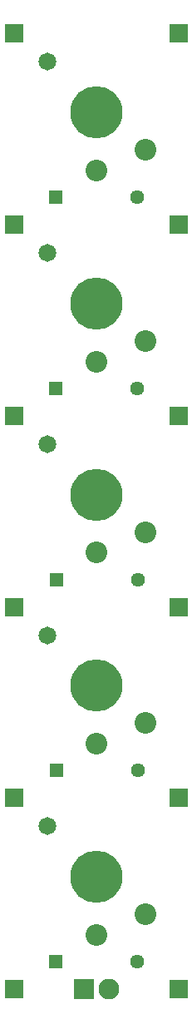
<source format=gts>
G04*
G04 #@! TF.GenerationSoftware,Altium Limited,Altium Designer,20.2.4 (192)*
G04*
G04 Layer_Color=8388736*
%FSLAX44Y44*%
%MOMM*%
G71*
G04*
G04 #@! TF.SameCoordinates,56F664F7-557E-4C23-82A4-073EF7048267*
G04*
G04*
G04 #@! TF.FilePolarity,Negative*
G04*
G01*
G75*
%ADD13C,0.0000*%
%ADD14R,1.9032X1.9032*%
%ADD15C,2.1032*%
%ADD16R,2.1032X2.1032*%
%ADD17R,1.4412X1.4412*%
%ADD18C,1.4412*%
%ADD19C,2.2032*%
%ADD20C,1.8132*%
%ADD21C,5.3032*%
D13*
X916690Y132080D02*
G03*
X916690Y132080I-8710J0D01*
G01*
X891290D02*
G03*
X891290Y132080I-8710J0D01*
G01*
D14*
X811530D02*
D03*
X979170D02*
D03*
Y521208D02*
D03*
Y326644D02*
D03*
X811530Y715772D02*
D03*
X979170D02*
D03*
X811530Y326644D02*
D03*
Y521208D02*
D03*
X979170Y910336D02*
D03*
X811530D02*
D03*
X979170Y1104900D02*
D03*
X811530D02*
D03*
D15*
X907980Y132080D02*
D03*
D16*
X882580D02*
D03*
D17*
X853820Y743712D02*
D03*
X853890Y160020D02*
D03*
X853820Y938276D02*
D03*
X855090Y549148D02*
D03*
Y354584D02*
D03*
D18*
X936740Y743712D02*
D03*
X936810Y160020D02*
D03*
X936740Y938276D02*
D03*
X938010Y549148D02*
D03*
Y354584D02*
D03*
D19*
X945350Y792072D02*
D03*
X895350Y771072D02*
D03*
Y965636D02*
D03*
X945350Y986636D02*
D03*
X895350Y576508D02*
D03*
X945350Y597508D02*
D03*
Y402944D02*
D03*
X895350Y381944D02*
D03*
Y187380D02*
D03*
X945350Y208380D02*
D03*
D20*
X845350Y881572D02*
D03*
Y1076136D02*
D03*
Y687008D02*
D03*
Y492444D02*
D03*
Y297880D02*
D03*
D21*
X895350Y830072D02*
D03*
Y1024636D02*
D03*
Y635508D02*
D03*
Y440944D02*
D03*
Y246380D02*
D03*
M02*

</source>
